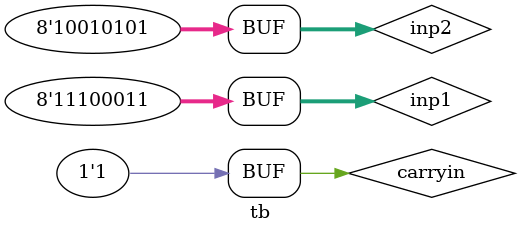
<source format=v>
module tb;
reg [7:0] inp1, inp2;
reg carryin;
wire carryout;
wire [7:0] sum;

initial
begin
	inp1 = 8'b10001011;
	inp2 = 8'b00111010;
	carryin = 0;
//delay is 100 ns
   #100 inp1 = 8'b11100011;
	inp2 = 8'b10010101;
	carryin = 1;
end

CarrySelectAdder add (inp1, inp2, carryin, carryout, sum);

endmodule

</source>
